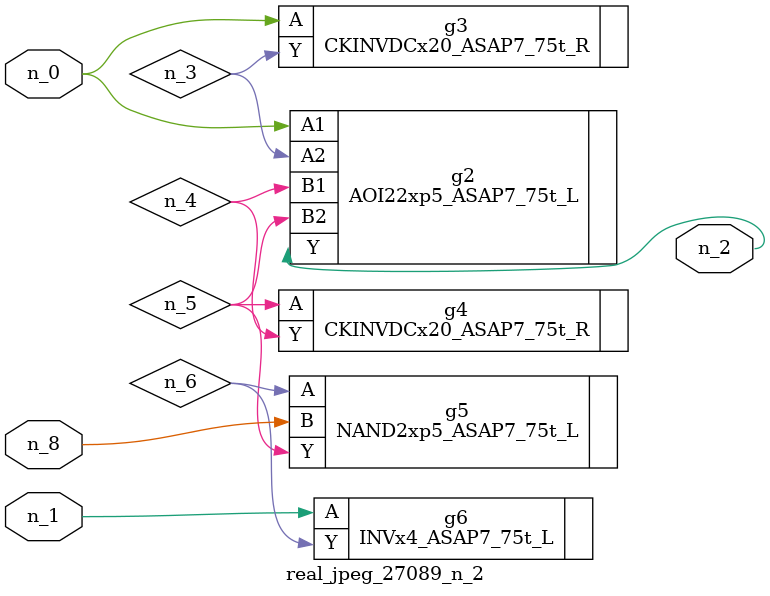
<source format=v>
module real_jpeg_27089_n_2 (n_8, n_1, n_0, n_2);

input n_8;
input n_1;
input n_0;

output n_2;

wire n_5;
wire n_4;
wire n_6;
wire n_3;

AOI22xp5_ASAP7_75t_L g2 ( 
.A1(n_0),
.A2(n_3),
.B1(n_4),
.B2(n_5),
.Y(n_2)
);

CKINVDCx20_ASAP7_75t_R g3 ( 
.A(n_0),
.Y(n_3)
);

INVx4_ASAP7_75t_L g6 ( 
.A(n_1),
.Y(n_6)
);

CKINVDCx20_ASAP7_75t_R g4 ( 
.A(n_5),
.Y(n_4)
);

NAND2xp5_ASAP7_75t_L g5 ( 
.A(n_6),
.B(n_8),
.Y(n_5)
);


endmodule
</source>
